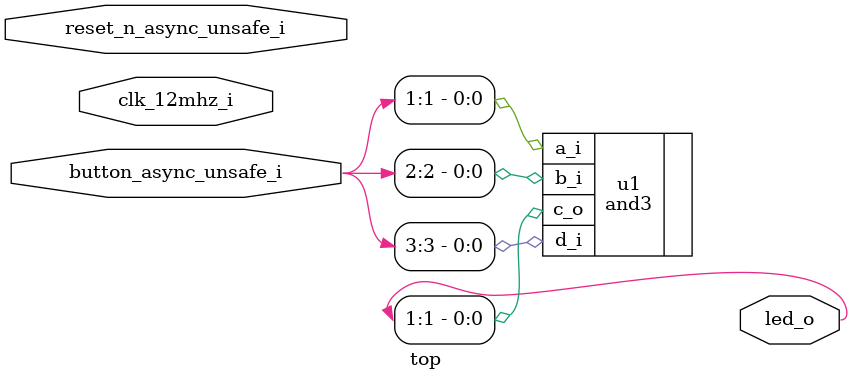
<source format=sv>
module top
  (input [0:0] clk_12mhz_i
  ,input [0:0] reset_n_async_unsafe_i
   // n: Negative Polarity (0 when pressed, 1 otherwise)
   // async: Not synchronized to clock
   // unsafe: Not De-Bounced
  ,input [3:1] button_async_unsafe_i
   // async: Not synchronized to clock
   // unsafe: Not De-Bounced
  ,output [5:1] led_o);

  // For this lab, instantiate your and3 gate. Using two wires from
  // btn_async_unsafe_i, drive an output wire in led_o.
  //
  // Your code goes here:
  and3 u1 (
    .a_i(button_async_unsafe_i[1]),
    .b_i(button_async_unsafe_i[2]),
    .d_i(button_async_unsafe_i[3]),
    .c_o(led_o[1])
  );

endmodule

</source>
